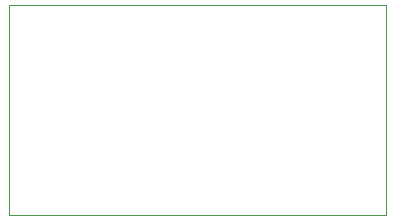
<source format=gm1>
G75*
%MOIN*%
%OFA0B0*%
%FSLAX25Y25*%
%IPPOS*%
%LPD*%
%AMOC8*
5,1,8,0,0,1.08239X$1,22.5*
%
%ADD10C,0.00000*%
D10*
X0006400Y0018983D02*
X0006400Y0088983D01*
X0131800Y0088983D01*
X0131800Y0018983D01*
X0006400Y0018983D01*
M02*

</source>
